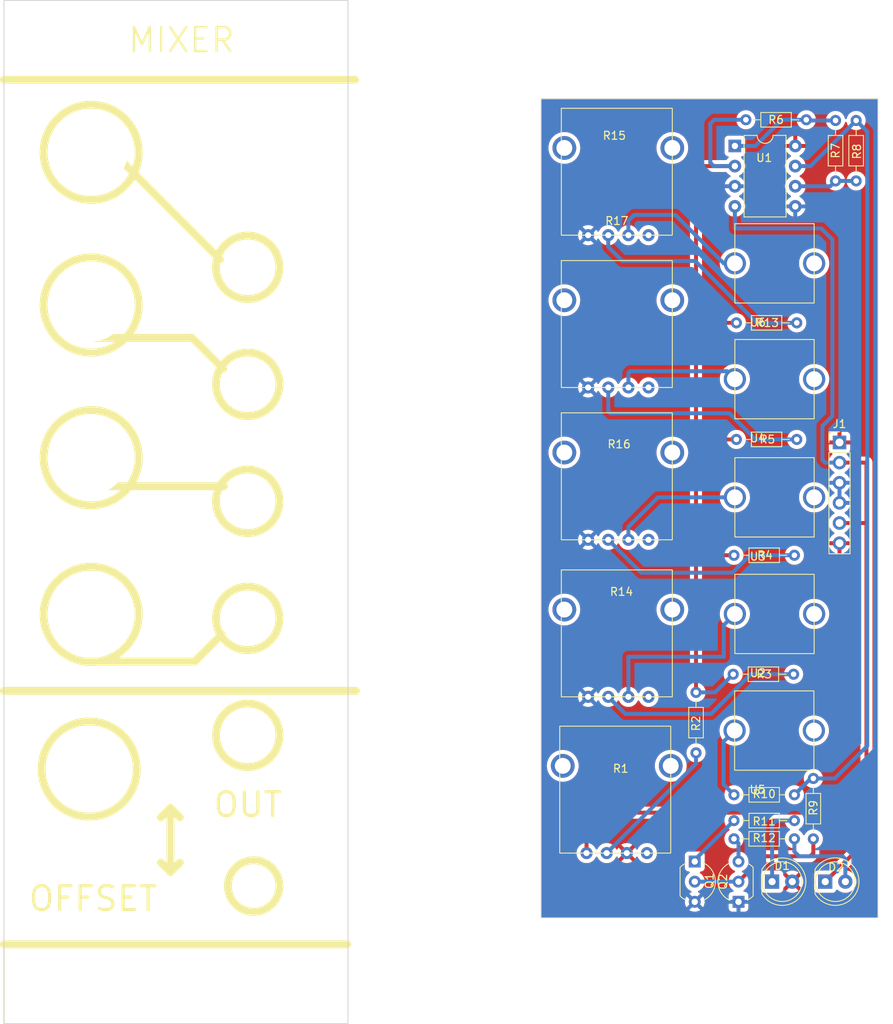
<source format=kicad_pcb>
(kicad_pcb (version 20240108) (generator "pcbnew") (generator_version "8.0")
  (layers (0 "F.Cu" signal) (31 "B.Cu" signal) (34 "B.Paste" user) (35 "F.Paste" user) (36 "B.SilkS" user "B.Silkscreen") (37 "F.SilkS" user "F.Silkscreen") (38 "B.Mask" user) (39 "F.Mask" user) (44 "Edge.Cuts" user))
  (net 0 "")
  (net 1 "Net-(D1-K)")
  (net 2 "+9V")
  (net 3 "-9V")
  (net 4 "Net-(D2-A)")
  (net 5 "GND")
  (net 6 "Net-(Q1-B)")
  (net 7 "Net-(Q1-C)")
  (net 8 "Net-(Q2-E)")
  (net 9 "Net-(R1-S)")
  (net 13 "Net-(U1A--)")
  (net 14 "Net-(R14-S)")
  (net 15 "Net-(R16-S)")
  (net 16 "Net-(R17-S)")
  (net 17 "Net-(R6-Pad2)")
  (net 18 "Net-(U1B--)")
  (net 19 "Net-(R10-Pad1)")
  (net 20 "Net-(R10-Pad2)")
  (net 21 "Net-(R15-S)")
  (net 24 "Net-(R14-E)")
  (net 27 "Net-(R15-E)")
  (net 32 "Net-(R16-E)")
  (net 37 "Net-(R17-E)")
  (footprint "Library:3mm5 Mono Aux" (layer "F.Cu") (at 189.7 104.95 180)
    (property "Reference" "U2" (at 2.1 -7.45 360) (layer "F.SilkS"))
    (property "Value" "Aux_flush")
    (fp_rect (start -5 -5) (end 5 5) (stroke (width 0.12)) (fill none) (layer "F.SilkS"))
    (pad "1" thru_hole circle (at 5 0 180) (size 2.8 2.8) (drill 2) (layers "*.Cu" "*.Mask") (net 24 "Net-(R14-E)"))
    (pad "2" thru_hole circle (at -5 0 180) (size 2.8 2.8) (drill 2) (layers "*.Cu" "*.Mask"))
  )
  (footprint "Resistor_THT:R_Axial_DIN0204_L3.6mm_D1.6mm_P7.62mm_Horizontal" (layer "F.Cu") (at 184.59 131)
    (property "Reference" "R11" (at 3.81 0.1 0) (layer "F.SilkS"))
    (property "Value" "50k")
    (fp_line (start 0.94 0) (end 1.89 0) (stroke (width 0.12)) (layer "F.SilkS"))
    (fp_line (start 1.89 -0.92) (end 1.89 0.92) (stroke (width 0.12)) (layer "F.SilkS"))
    (fp_line (start 1.89 0.92) (end 5.73 0.92) (stroke (width 0.12)) (layer "F.SilkS"))
    (fp_line (start 5.73 -0.92) (end 1.89 -0.92) (stroke (width 0.12)) (layer "F.SilkS"))
    (fp_line (start 5.73 0.92) (end 5.73 -0.92) (stroke (width 0.12)) (layer "F.SilkS"))
    (fp_line (start 6.68 0) (end 5.73 0) (stroke (width 0.12)) (layer "F.SilkS"))
    (pad "1" thru_hole circle (at 0 0) (size 1.4 1.4) (drill 0.7) (layers "*.Cu" "*.Mask") (net 7 "Net-(Q1-C)"))
    (pad "2" thru_hole oval (at 7.62 0) (size 1.4 1.4) (drill 0.7) (layers "*.Cu" "*.Mask") (net 1 "Net-(D1-K)"))
  )
  (footprint "Library:3mm5 Mono Aux" (layer "F.Cu") (at 189.66965 119.65 180)
    (property "Reference" "U5" (at 2.1 -7.45 360) (layer "F.SilkS"))
    (property "Value" "Aux_flush")
    (fp_rect (start -5 -5) (end 5 5) (stroke (width 0.12)) (fill none) (layer "F.SilkS"))
    (pad "1" thru_hole circle (at 5 0 180) (size 2.8 2.8) (drill 2) (layers "*.Cu" "*.Mask") (net 20 "Net-(R10-Pad2)"))
    (pad "2" thru_hole circle (at -5 0 180) (size 2.8 2.8) (drill 2) (layers "*.Cu" "*.Mask"))
  )
  (footprint "Resistor_THT:R_Axial_DIN0204_L3.6mm_D1.6mm_P7.62mm_Horizontal" (layer "F.Cu") (at 192.51 68.25 180)
    (property "Reference" "R13" (at 3.71 0 0) (layer "F.SilkS"))
    (property "Value" "100k")
    (fp_line (start 6.68 0) (end 5.73 0) (stroke (width 0.12)) (layer "F.SilkS"))
    (fp_line (start 5.73 0.92) (end 5.73 -0.92) (stroke (width 0.12)) (layer "F.SilkS"))
    (fp_line (start 5.73 -0.92) (end 1.89 -0.92) (stroke (width 0.12)) (layer "F.SilkS"))
    (fp_line (start 1.89 0.92) (end 5.73 0.92) (stroke (width 0.12)) (layer "F.SilkS"))
    (fp_line (start 1.89 -0.92) (end 1.89 0.92) (stroke (width 0.12)) (layer "F.SilkS"))
    (fp_line (start 0.94 0) (end 1.89 0) (stroke (width 0.12)) (layer "F.SilkS"))
    (pad "1" thru_hole circle (at 0 0 180) (size 1.4 1.4) (drill 0.7) (layers "*.Cu" "*.Mask") (net 21 "Net-(R15-S)"))
    (pad "2" thru_hole oval (at 7.62 0 180) (size 1.4 1.4) (drill 0.7) (layers "*.Cu" "*.Mask") (net 13 "Net-(U1A--)"))
  )
  (footprint "Resistor_THT:R_Axial_DIN0204_L3.6mm_D1.6mm_P7.62mm_Horizontal" (layer "F.Cu") (at 192.51 82.95 180)
    (property "Reference" "R5" (at 3.71 0 0) (layer "F.SilkS"))
    (property "Value" "100k")
    (fp_line (start 6.68 0) (end 5.73 0) (stroke (width 0.12)) (layer "F.SilkS"))
    (fp_line (start 5.73 0.92) (end 5.73 -0.92) (stroke (width 0.12)) (layer "F.SilkS"))
    (fp_line (start 5.73 -0.92) (end 1.89 -0.92) (stroke (width 0.12)) (layer "F.SilkS"))
    (fp_line (start 1.89 0.92) (end 5.73 0.92) (stroke (width 0.12)) (layer "F.SilkS"))
    (fp_line (start 1.89 -0.92) (end 1.89 0.92) (stroke (width 0.12)) (layer "F.SilkS"))
    (fp_line (start 0.94 0) (end 1.89 0) (stroke (width 0.12)) (layer "F.SilkS"))
    (pad "1" thru_hole circle (at 0 0 180) (size 1.4 1.4) (drill 0.7) (layers "*.Cu" "*.Mask") (net 16 "Net-(R17-S)"))
    (pad "2" thru_hole oval (at 7.62 0 180) (size 1.4 1.4) (drill 0.7) (layers "*.Cu" "*.Mask") (net 13 "Net-(U1A--)"))
  )
  (footprint "Resistor_THT:R_Axial_DIN0204_L3.6mm_D1.6mm_P7.62mm_Horizontal" (layer "F.Cu") (at 192.11 112.55 180)
    (property "Reference" "R3" (at 3.71 0 0) (layer "F.SilkS"))
    (property "Value" "100k")
    (fp_line (start 6.68 0) (end 5.73 0) (stroke (width 0.12)) (layer "F.SilkS"))
    (fp_line (start 5.73 0.92) (end 5.73 -0.92) (stroke (width 0.12)) (layer "F.SilkS"))
    (fp_line (start 5.73 -0.92) (end 1.89 -0.92) (stroke (width 0.12)) (layer "F.SilkS"))
    (fp_line (start 1.89 0.92) (end 5.73 0.92) (stroke (width 0.12)) (layer "F.SilkS"))
    (fp_line (start 1.89 -0.92) (end 1.89 0.92) (stroke (width 0.12)) (layer "F.SilkS"))
    (fp_line (start 0.94 0) (end 1.89 0) (stroke (width 0.12)) (layer "F.SilkS"))
    (pad "1" thru_hole circle (at 0 0 180) (size 1.4 1.4) (drill 0.7) (layers "*.Cu" "*.Mask") (net 14 "Net-(R14-S)"))
    (pad "2" thru_hole oval (at 7.62 0 180) (size 1.4 1.4) (drill 0.7) (layers "*.Cu" "*.Mask") (net 13 "Net-(U1A--)"))
  )
  (footprint "Package_DIP:DIP-8_W7.62mm" (layer "F.Cu") (at 184.7 45.95)
    (property "Reference" "U1" (at 3.7 1.5 0) (layer "F.SilkS"))
    (property "Value" "TL072")
    (fp_line (start 1.16 -1.33) (end 1.16 8.95) (stroke (width 0.12)) (layer "F.SilkS"))
    (fp_line (start 1.16 8.95) (end 6.46 8.95) (stroke (width 0.12)) (layer "F.SilkS"))
    (fp_line (start 2.81 -1.33) (end 1.16 -1.33) (stroke (width 0.12)) (layer "F.SilkS"))
    (fp_line (start 6.46 -1.33) (end 4.81 -1.33) (stroke (width 0.12)) (layer "F.SilkS"))
    (fp_line (start 6.46 8.95) (end 6.46 -1.33) (stroke (width 0.12)) (layer "F.SilkS"))
    (fp_arc (start 4.81 -1.33) (mid 3.81 -0.33) (end 2.81 -1.33) (stroke (width 0.12)) (layer "F.SilkS"))
    (pad "1" thru_hole rect (at 0 0) (size 1.6 1.6) (drill 0.8) (layers "*.Cu" "*.Mask") (net 17 "Net-(R6-Pad2)"))
    (pad "2" thru_hole oval (at 0 2.54) (size 1.6 1.6) (drill 0.8) (layers "*.Cu" "*.Mask") (net 13 "Net-(U1A--)"))
    (pad "3" thru_hole oval (at 0 5.08) (size 1.6 1.6) (drill 0.8) (layers "*.Cu" "*.Mask") (net 5 "GND"))
    (pad "4" thru_hole oval (at 0 7.62) (size 1.6 1.6) (drill 0.8) (layers "*.Cu" "*.Mask") (net 3 "-9V"))
    (pad "5" thru_hole oval (at 7.62 7.62) (size 1.6 1.6) (drill 0.8) (layers "*.Cu" "*.Mask") (net 5 "GND"))
    (pad "6" thru_hole oval (at 7.62 5.08) (size 1.6 1.6) (drill 0.8) (layers "*.Cu" "*.Mask") (net 18 "Net-(U1B--)"))
    (pad "7" thru_hole oval (at 7.62 2.54) (size 1.6 1.6) (drill 0.8) (layers "*.Cu" "*.Mask") (net 19 "Net-(R10-Pad1)"))
    (pad "8" thru_hole oval (at 7.62 0) (size 1.6 1.6) (drill 0.8) (layers "*.Cu" "*.Mask") (net 2 "+9V"))
  )
  (footprint "pretties:AlpsPot" (layer "F.Cu") (at 165.99 135.099)
    (property "Reference" "R1" (at 4.31 -10.649 0) (layer "F.SilkS"))
    (property "Value" "AlpsPot")
    (fp_rect (start -3.38 -16) (end 10.62 0) (stroke (width 0.12)) (fill none) (layer "F.SilkS"))
    (pad "1" thru_hole circle (at 0 0) (size 1.524 1.524) (drill 0.762) (layers "*.Cu" "*.Mask") (net 3 "-9V"))
    (pad "2" thru_hole circle (at 2.54 0) (size 1.524 1.524) (drill 0.762) (layers "*.Cu" "*.Mask") (net 9 "Net-(R1-S)"))
    (pad "3" thru_hole circle (at 5.08 0) (size 1.524 1.524) (drill 0.762) (layers "*.Cu" "*.Mask") (net 2 "+9V"))
    (pad "4" thru_hole circle (at 7.62 0) (size 1.524 1.524) (drill 0.762) (layers "*.Cu" "*.Mask"))
    (pad "5" thru_hole circle (at -3 -11) (size 3 3) (drill 2) (layers "*.Cu" "*.Mask"))
    (pad "6" thru_hole circle (at 10.62 -11) (size 3 3) (drill 2) (layers "*.Cu" "*.Mask"))
  )
  (footprint "Resistor_THT:R_Axial_DIN0204_L3.6mm_D1.6mm_P7.62mm_Horizontal" (layer "F.Cu") (at 179.8 122.46 90)
    (property "Reference" "R2" (at 3.71 0 90) (layer "F.SilkS"))
    (property "Value" "100k")
    (fp_line (start 5.73 -0.92) (end 1.89 -0.92) (stroke (width 0.12)) (layer "F.SilkS"))
    (fp_line (start 1.89 -0.92) (end 1.89 0.92) (stroke (width 0.12)) (layer "F.SilkS"))
    (fp_line (start 6.68 0) (end 5.73 0) (stroke (width 0.12)) (layer "F.SilkS"))
    (fp_line (start 0.94 0) (end 1.89 0) (stroke (width 0.12)) (layer "F.SilkS"))
    (fp_line (start 5.73 0.92) (end 5.73 -0.92) (stroke (width 0.12)) (layer "F.SilkS"))
    (fp_line (start 1.89 0.92) (end 5.73 0.92) (stroke (width 0.12)) (layer "F.SilkS"))
    (pad "1" thru_hole circle (at 0 0 90) (size 1.4 1.4) (drill 0.7) (layers "*.Cu" "*.Mask") (net 9 "Net-(R1-S)"))
    (pad "2" thru_hole oval (at 7.62 0 90) (size 1.4 1.4) (drill 0.7) (layers "*.Cu" "*.Mask") (net 13 "Net-(U1A--)"))
  )
  (footprint "Library:3mm5 Mono Aux" (layer "F.Cu") (at 189.7 90.25 180)
    (property "Reference" "U3" (at 2.1 -7.45 360) (layer "F.SilkS"))
    (property "Value" "Aux_flush")
    (fp_rect (start -5 -5) (end 5 5) (stroke (width 0.12)) (fill none) (layer "F.SilkS"))
    (pad "1" thru_hole circle (at 5 0 180) (size 2.8 2.8) (drill 2) (layers "*.Cu" "*.Mask") (net 32 "Net-(R16-E)"))
    (pad "2" thru_hole circle (at -5 0 180) (size 2.8 2.8) (drill 2) (layers "*.Cu" "*.Mask"))
  )
  (footprint "Resistor_THT:R_Axial_DIN0204_L3.6mm_D1.6mm_P7.62mm_Horizontal" (layer "F.Cu") (at 200 42.74 -90)
    (property "Reference" "R8" (at 3.91 -0.1 90) (layer "F.SilkS"))
    (property "Value" "1k")
    (fp_line (start 1.89 0.92) (end 5.73 0.92) (stroke (width 0.12)) (layer "F.SilkS"))
    (fp_line (start 5.73 0.92) (end 5.73 -0.92) (stroke (width 0.12)) (layer "F.SilkS"))
    (fp_line (start 0.94 0) (end 1.89 0) (stroke (width 0.12)) (layer "F.SilkS"))
    (fp_line (start 6.68 0) (end 5.73 0) (stroke (width 0.12)) (layer "F.SilkS"))
    (fp_line (start 1.89 -0.92) (end 1.89 0.92) (stroke (width 0.12)) (layer "F.SilkS"))
    (fp_line (start 5.73 -0.92) (end 1.89 -0.92) (stroke (width 0.12)) (layer "F.SilkS"))
    (pad "1" thru_hole circle (at 0 0 270) (size 1.4 1.4) (drill 0.7) (layers "*.Cu" "*.Mask") (net 19 "Net-(R10-Pad1)"))
    (pad "2" thru_hole oval (at 7.62 0 270) (size 1.4 1.4) (drill 0.7) (layers "*.Cu" "*.Mask") (net 18 "Net-(U1B--)"))
  )
  (footprint "LED_THT:LED_D5.0mm" (layer "F.Cu") (at 189.4 138.7)
    (property "Reference" "D1" (at 1.27 -2 0) (layer "F.SilkS"))
    (property "Value" "LED")
    (fp_line (start -1.29 -1.545) (end -1.29 1.545) (stroke (width 0.12)) (layer "F.SilkS"))
    (fp_arc (start -1.29 -1.54483) (mid 2.072002 -2.880433) (end 4.26 0.000462) (stroke (width 0.12)) (layer "F.SilkS"))
    (fp_arc (start 4.26 -0.000462) (mid 2.072002 2.880433) (end -1.29 1.54483) (stroke (width 0.12)) (layer "F.SilkS"))
    (fp_circle (center 1.27 0) (end 3.77 0) (stroke (width 0.12)) (fill none) (layer "F.SilkS"))
    (pad "1" thru_hole rect (at 0 0) (size 1.8 1.8) (drill 0.9) (layers "*.Cu" "*.Mask") (net 1 "Net-(D1-K)"))
    (pad "2" thru_hole circle (at 2.54 0) (size 1.8 1.8) (drill 0.9) (layers "*.Cu" "*.Mask") (net 2 "+9V"))
  )
  (footprint "Resistor_THT:R_Axial_DIN0204_L3.6mm_D1.6mm_P7.62mm_Horizontal" (layer "F.Cu") (at 194.6 125.69 -90)
    (property "Reference" "R9" (at 3.71 0 90) (layer "F.SilkS"))
    (property "Value" "100k")
    (fp_line (start 1.89 0.92) (end 5.73 0.92) (stroke (width 0.12)) (layer "F.SilkS"))
    (fp_line (start 5.73 0.92) (end 5.73 -0.92) (stroke (width 0.12)) (layer "F.SilkS"))
    (fp_line (start 0.94 0) (end 1.89 0) (stroke (width 0.12)) (layer "F.SilkS"))
    (fp_line (start 6.68 0) (end 5.73 0) (stroke (width 0.12)) (layer "F.SilkS"))
    (fp_line (start 1.89 -0.92) (end 1.89 0.92) (stroke (width 0.12)) (layer "F.SilkS"))
    (fp_line (start 5.73 -0.92) (end 1.89 -0.92) (stroke (width 0.12)) (layer "F.SilkS"))
    (pad "1" thru_hole circle (at 0 0 270) (size 1.4 1.4) (drill 0.7) (layers "*.Cu" "*.Mask") (net 19 "Net-(R10-Pad1)"))
    (pad "2" thru_hole oval (at 7.62 0 270) (size 1.4 1.4) (drill 0.7) (layers "*.Cu" "*.Mask") (net 6 "Net-(Q1-B)"))
  )
  (footprint "Resistor_THT:R_Axial_DIN0204_L3.6mm_D1.6mm_P7.62mm_Horizontal" (layer "F.Cu") (at 192.21 127.75 180)
    (property "Reference" "R10" (at 3.81 0.1 0) (layer "F.SilkS"))
    (property "Value" "1k")
    (fp_line (start 6.68 0) (end 5.73 0) (stroke (width 0.12)) (layer "F.SilkS"))
    (fp_line (start 5.73 0.92) (end 5.73 -0.92) (stroke (width 0.12)) (layer "F.SilkS"))
    (fp_line (start 5.73 -0.92) (end 1.89 -0.92) (stroke (width 0.12)) (layer "F.SilkS"))
    (fp_line (start 1.89 0.92) (end 5.73 0.92) (stroke (width 0.12)) (layer "F.SilkS"))
    (fp_line (start 1.89 -0.92) (end 1.89 0.92) (stroke (width 0.12)) (layer "F.SilkS"))
    (fp_line (start 0.94 0) (end 1.89 0) (stroke (width 0.12)) (layer "F.SilkS"))
    (pad "1" thru_hole circle (at 0 0 180) (size 1.4 1.4) (drill 0.7) (layers "*.Cu" "*.Mask") (net 19 "Net-(R10-Pad1)"))
    (pad "2" thru_hole oval (at 7.62 0 180) (size 1.4 1.4) (drill 0.7) (layers "*.Cu" "*.Mask") (net 20 "Net-(R10-Pad2)"))
  )
  (footprint "MountingHole:MountingHole_3.2mm_M3" (layer "F.Cu") (at 123.25 76)
    (property "Reference" "REF**" (hide yes))
    (property "Value" "MountingHole_3.2mm_M3" (hide yes))
    (pad "" np_thru_hole circle (at 0 0) (size 6.2 6.2) (drill 6.2) (layers "F&B.Cu" "*.Mask"))
  )
  (footprint "Connector_PinHeader_2.54mm:PinHeader_1x06_P2.54mm_Vertical" (layer "F.Cu") (at 197.9 83.33)
    (property "Reference" "J1" (at 0 -2.33 0) (layer "F.SilkS"))
    (property "Value" "Conn_01x06_Male")
    (fp_line (start -1.33 -1.33) (end 0 -1.33) (stroke (width 0.12)) (layer "F.SilkS"))
    (fp_line (start -1.33 0) (end -1.33 -1.33) (stroke (width 0.12)) (layer "F.SilkS"))
    (fp_line (start -1.33 1.27) (end -1.33 14.03) (stroke (width 0.12)) (layer "F.SilkS"))
    (fp_line (start -1.33 1.27) (end 1.33 1.27) (stroke (width 0.12)) (layer "F.SilkS"))
    (fp_line (start -1.33 14.03) (end 1.33 14.03) (stroke (width 0.12)) (layer "F.SilkS"))
    (fp_line (start 1.33 1.27) (end 1.33 14.03) (stroke (width 0.12)) (layer "F.SilkS"))
    (pad "1" thru_hole rect (at 0 0) (size 1.7 1.7) (drill 1) (layers "*.Cu" "*.Mask") (net 2 "+9V"))
    (pad "2" thru_hole oval (at 0 2.54) (size 1.7 1.7) (drill 1) (layers "*.Cu" "*.Mask") (net 3 "-9V"))
    (pad "3" thru_hole oval (at 0 5.08) (size 1.7 1.7) (drill 1) (layers "*.Cu" "*.Mask") (net 5 "GND"))
    (pad "4" thru_hole oval (at 0 7.62) (size 1.7 1.7) (drill 1) (layers "*.Cu" "*.Mask") (net 5 "GND"))
    (pad "5" thru_hole oval (at 0 10.16) (size 1.7 1.7) (drill 1) (layers "*.Cu" "*.Mask") (net 3 "-9V"))
    (pad "6" thru_hole oval (at 0 12.7) (size 1.7 1.7) (drill 1) (layers "*.Cu" "*.Mask") (net 2 "+9V"))
  )
  (footprint "Package_TO_SOT_THT:TO-92_Inline_Wide" (layer "F.Cu") (at 179.64 136.16 -90)
    (property "Reference" "Q1" (at 2.44 -1.86 90) (layer "F.SilkS"))
    (property "Value" "BC547")
    (fp_line (start 0.74 1.85) (end 4.34 1.85) (stroke (width 0.12)) (layer "F.SilkS"))
    (fp_arc (start 0.74 1.85) (mid 0.446097 1.509328) (end 0.215816 1.122795) (stroke (width 0.12)) (layer "F.SilkS"))
    (fp_arc (start 4.864184 1.122795) (mid 4.633903 1.509328) (end 4.34 1.85) (stroke (width 0.12)) (layer "F.SilkS"))
    (fp_arc (start 0.1836 -1.098807) (mid 1.143021 -2.192817) (end 2.54 -2.6) (stroke (width 0.12)) (layer "F.SilkS"))
    (fp_arc (start 2.54 -2.6) (mid 3.936979 -2.192818) (end 4.8964 -1.098807) (stroke (width 0.12)) (layer "F.SilkS"))
    (pad "1" thru_hole rect (at 0 0 270) (size 1.5 1.5) (drill 0.8) (layers "*.Cu" "*.Mask") (net 7 "Net-(Q1-C)"))
    (pad "2" thru_hole circle (at 2.54 0 270) (size 1.5 1.5) (drill 0.8) (layers "*.Cu" "*.Mask") (net 6 "Net-(Q1-B)"))
    (pad "3" thru_hole circle (at 5.08 0 270) (size 1.5 1.5) (drill 0.8) (layers "*.Cu" "*.Mask") (net 5 "GND"))
  )
  (footprint "MountingHole:MountingHole_3.2mm_M3" (layer "F.Cu") (at 103.25 124.499167)
    (property "Reference" "REF**" (hide yes))
    (property "Value" "MountingHole_3.2mm_M3" (hide yes))
    (pad "" np_thru_hole circle (at 0 0) (size 9.2 9.2) (drill 9.2) (layers "F&B.Cu" "*.Mask"))
  )
  (footprint "Resistor_THT:R_Axial_DIN0204_L3.6mm_D1.6mm_P7.62mm_Horizontal" (layer "F.Cu") (at 197.4 50.36 90)
    (property "Reference" "R7" (at 3.81 0 90) (layer "F.SilkS"))
    (property "Value" "1k")
    (fp_line (start 5.73 -0.92) (end 1.89 -0.92) (stroke (width 0.12)) (layer "F.SilkS"))
    (fp_line (start 1.89 -0.92) (end 1.89 0.92) (stroke (width 0.12)) (layer "F.SilkS"))
    (fp_line (start 6.68 0) (end 5.73 0) (stroke (width 0.12)) (layer "F.SilkS"))
    (fp_line (start 0.94 0) (end 1.89 0) (stroke (width 0.12)) (layer "F.SilkS"))
    (fp_line (start 5.73 0.92) (end 5.73 -0.92) (stroke (width 0.12)) (layer "F.SilkS"))
    (fp_line (start 1.89 0.92) (end 5.73 0.92) (stroke (width 0.12)) (layer "F.SilkS"))
    (pad "1" thru_hole circle (at 0 0 90) (size 1.4 1.4) (drill 0.7) (layers "*.Cu" "*.Mask") (net 18 "Net-(U1B--)"))
    (pad "2" thru_hole oval (at 7.62 0 90) (size 1.4 1.4) (drill 0.7) (layers "*.Cu" "*.Mask") (net 17 "Net-(R6-Pad2)"))
  )
  (footprint "Resistor_THT:R_Axial_DIN0204_L3.6mm_D1.6mm_P7.62mm_Horizontal" (layer "F.Cu") (at 192.21 97.55 180)
    (property "Reference" "R4" (at 3.71 0 0) (layer "F.SilkS"))
    (property "Value" "100k")
    (fp_line (start 6.68 0) (end 5.73 0) (stroke (width 0.12)) (layer "F.SilkS"))
    (fp_line (start 5.73 0.92) (end 5.73 -0.92) (stroke (width 0.12)) (layer "F.SilkS"))
    (fp_line (start 5.73 -0.92) (end 1.89 -0.92) (stroke (width 0.12)) (layer "F.SilkS"))
    (fp_line (start 1.89 0.92) (end 5.73 0.92) (stroke (width 0.12)) (layer "F.SilkS"))
    (fp_line (start 1.89 -0.92) (end 1.89 0.92) (stroke (width 0.12)) (layer "F.SilkS"))
    (fp_line (start 0.94 0) (end 1.89 0) (stroke (width 0.12)) (layer "F.SilkS"))
    (pad "1" thru_hole circle (at 0 0 180) (size 1.4 1.4) (drill 0.7) (layers "*.Cu" "*.Mask") (net 15 "Net-(R16-S)"))
    (pad "2" thru_hole oval (at 7.62 0 180) (size 1.4 1.4) (drill 0.7) (layers "*.Cu" "*.Mask") (net 13 "Net-(U1A--)"))
  )
  (footprint "pretties:AlpsPot" (layer "F.Cu") (at 166.19 76.399)
    (property "Reference" "R17" (at 3.62 -21 0) (layer "F.SilkS"))
    (property "Value" "AlpsPot")
    (fp_rect (start -3.38 -16) (end 10.62 0) (stroke (width 0.12)) (fill none) (layer "F.SilkS"))
    (pad "1" thru_hole circle (at 0 0) (size 1.524 1.524) (drill 0.762) (layers "*.Cu" "*.Mask") (net 5 "GND"))
    (pad "2" thru_hole circle (at 2.54 0) (size 1.524 1.524) (drill 0.762) (layers "*.Cu" "*.Mask") (net 16 "Net-(R17-S)"))
    (pad "3" thru_hole circle (at 5.08 0) (size 1.524 1.524) (drill 0.762) (layers "*.Cu" "*.Mask") (net 37 "Net-(R17-E)"))
    (pad "4" thru_hole circle (at 7.62 0) (size 1.524 1.524) (drill 0.762) (layers "*.Cu" "*.Mask"))
    (pad "5" thru_hole circle (at -3 -11) (size 3 3) (drill 2) (layers "*.Cu" "*.Mask"))
    (pad "6" thru_hole circle (at 10.62 -11) (size 3 3) (drill 2) (layers "*.Cu" "*.Mask"))
  )
  (footprint "MountingHole:MountingHole_3.2mm_M3" (layer "F.Cu") (at 123.25 120.25)
    (property "Reference" "REF**" (hide yes))
    (property "Value" "MountingHole_3.2mm_M3" (hide yes))
    (pad "" np_thru_hole circle (at 0 0) (size 6.2 6.2) (drill 6.2) (layers "F&B.Cu" "*.Mask"))
  )
  (footprint "pretties:AlpsPot" (layer "F.Cu") (at 166.19 115.399)
    (property "Reference" "R14" (at 4.21 -13.249 0) (layer "F.SilkS"))
    (property "Value" "AlpsPot")
    (fp_rect (start -3.38 -16) (end 10.62 0) (stroke (width 0.12)) (fill none) (layer "F.SilkS"))
    (pad "1" thru_hole circle (at 0 0) (size 1.524 1.524) (drill 0.762) (layers "*.Cu" "*.Mask") (net 5 "GND"))
    (pad "2" thru_hole circle (at 2.54 0) (size 1.524 1.524) (drill 0.762) (layers "*.Cu" "*.Mask") (net 14 "Net-(R14-S)"))
    (pad "3" thru_hole circle (at 5.08 0) (size 1.524 1.524) (drill 0.762) (layers "*.Cu" "*.Mask") (net 24 "Net-(R14-E)"))
    (pad "4" thru_hole circle (at 7.62 0) (size 1.524 1.524) (drill 0.762) (layers "*.Cu" "*.Mask"))
    (pad "5" thru_hole circle (at -3 -11) (size 3 3) (drill 2) (layers "*.Cu" "*.Mask"))
    (pad "6" thru_hole circle (at 10.62 -11) (size 3 3) (drill 2) (layers "*.Cu" "*.Mask"))
  )
  (footprint "pretties:AlpsPot" (layer "F.Cu") (at 166.19 95.599)
    (property "Reference" "R16" (at 3.91 -12.049 0) (layer "F.SilkS"))
    (property "Value" "AlpsPot")
    (fp_rect (start -3.38 -16) (end 10.62 0) (stroke (width 0.12)) (fill none) (layer "F.SilkS"))
    (pad "1" thru_hole circle (at 0 0) (size 1.524 1.524) (drill 0.762) (layers "*.Cu" "*.Mask") (net 5 "GND"))
    (pad "2" thru_hole circle (at 2.54 0) (size 1.524 1.524) (drill 0.762) (layers "*.Cu" "*.Mask") (net 15 "Net-(R16-S)"))
    (pad "3" thru_hole circle (at 5.08 0) (size 1.524 1.524) (drill 0.762) (layers "*.Cu" "*.Mask") (net 32 "Net-(R16-E)"))
    (pad "4" thru_hole circle (at 7.62 0) (size 1.524 1.524) (drill 0.762) (layers "*.Cu" "*.Mask"))
    (pad "5" thru_hole circle (at -3 -11) (size 3 3) (drill 2) (layers "*.Cu" "*.Mask"))
    (pad "6" thru_hole circle (at 10.62 -11) (size 3 3) (drill 2) (layers "*.Cu" "*.Mask"))
  )
  (footprint "MountingHole:MountingHole_3.2mm_M3" (layer "F.Cu") (at 123.25 61.25)
    (property "Reference" "REF**" (hide yes))
    (property "Value" "MountingHole_3.2mm_M3" (hide yes))
    (pad "" np_thru_hole circle (at 0 0) (size 6.2 6.2) (drill 6.2) (layers "F&B.Cu" "*.Mask"))
  )
  (footprint "MountingHole:MountingHole_3.2mm_M3" (layer "F.Cu") (at 103.5 104.999167)
    (property "Reference" "REF**" (hide yes))
    (property "Value" "MountingHole_3.2mm_M3" (hide yes))
    (pad "" np_thru_hole circle (at 0 0) (size 9.2 9.2) (drill 9.2) (layers "F&B.Cu" "*.Mask"))
  )
  (footprint "Resistor_THT:R_Axial_DIN0204_L3.6mm_D1.6mm_P7.62mm_Horizontal" (layer "F.Cu") (at 192.21 133.3 180)
    (property "Reference" "R12" (at 3.81 0.1 0) (layer "F.SilkS"))
    (property "Value" "50k")
    (fp_line (start 6.68 0) (end 5.73 0) (stroke (width 0.12)) (layer "F.SilkS"))
    (fp_line (start 5.73 0.92) (end 5.73 -0.92) (stroke (width 0.12)) (layer "F.SilkS"))
    (fp_line (start 5.73 -0.92) (end 1.89 -0.92) (stroke (width 0.12)) (layer "F.SilkS"))
    (fp_line (start 1.89 0.92) (end 5.73 0.92) (stroke (width 0.12)) (layer "F.SilkS"))
    (fp_line (start 1.89 -0.92) (end 1.89 0.92) (stroke (width 0.12)) (layer "F.SilkS"))
    (fp_line (start 0.94 0) (end 1.89 0) (stroke (width 0.12)) (layer "F.SilkS"))
    (pad "1" thru_hole circle (at 0 0 180) (size 1.4 1.4) (drill 0.7) (layers "*.Cu" "*.Mask") (net 4 "Net-(D2-A)"))
    (pad "2" thru_hole oval (at 7.62 0 180) (size 1.4 1.4) (drill 0.7) (layers "*.Cu" "*.Mask") (net 8 "Net-(Q2-E)"))
  )
  (footprint "MountingHole:MountingHole_3.2mm_M3" (layer "F.Cu") (at 124 139.25)
    (property "Reference" "REF**" (hide yes))
    (property "Value" "MountingHole_3.2mm_M3" (hide yes))
    (pad "" np_thru_hole circle (at 0 0) (size 5.2 5.2) (drill 5.2) (layers "F&B.Cu" "*.Mask"))
  )
  (footprint "Resistor_THT:R_Axial_DIN0204_L3.6mm_D1.6mm_P7.62mm_Horizontal" (layer "F.Cu") (at 186.09 42.65)
    (property "Reference" "R6" (at 3.81 0 0) (layer "F.SilkS"))
    (property "Value" "100k")
    (fp_line (start 0.94 0) (end 1.89 0) (stroke (width 0.12)) (layer "F.SilkS"))
    (fp_line (start 1.89 -0.92) (end 1.89 0.92) (stroke (width 0.12)) (layer "F.SilkS"))
    (fp_line (start 1.89 0.92) (end 5.73 0.92) (stroke (width 0.12)) (layer "F.SilkS"))
    (fp_line (start 5.73 -0.92) (end 1.89 -0.92) (stroke (width 0.12)) (layer "F.SilkS"))
    (fp_line (start 5.73 0.92) (end 5.73 -0.92) (stroke (width 0.12)) (layer "F.SilkS"))
    (fp_line (start 6.68 0) (end 5.73 0) (stroke (width 0.12)) (layer "F.SilkS"))
    (pad "1" thru_hole circle (at 0 0) (size 1.4 1.4) (drill 0.7) (layers "*.Cu" "*.Mask") (net 13 "Net-(U1A--)"))
    (pad "2" thru_hole oval (at 7.62 0) (size 1.4 1.4) (drill 0.7) (layers "*.Cu" "*.Mask") (net 17 "Net-(R6-Pad2)"))
  )
  (footprint "MountingHole:MountingHole_3.2mm_M3" (layer "F.Cu") (at 103.499167 66)
    (property "Reference" "REF**" (hide yes))
    (property "Value" "MountingHole_3.2mm_M3" (hide yes))
    (pad "" np_thru_hole circle (at 0 0) (size 9.2 9.2) (drill 9.2) (layers "F&B.Cu" "*.Mask"))
  )
  (footprint "pretties:AlpsPot" (layer "F.Cu") (at 166.19 57.199)
    (property "Reference" "R15" (at 3.31 -12.549 0) (layer "F.SilkS"))
    (property "Value" "AlpsPot")
    (fp_rect (start -3.38 -16) (end 10.62 0) (stroke (width 0.12)) (fill none) (layer "F.SilkS"))
    (pad "1" thru_hole circle (at 0 0) (size 1.524 1.524) (drill 0.762) (layers "*.Cu" "*.Mask") (net 5 "GND"))
    (pad "2" thru_hole circle (at 2.54 0) (size 1.524 1.524) (drill 0.762) (layers "*.Cu" "*.Mask") (net 21 "Net-(R15-S)"))
    (pad "3" thru_hole circle (at 5.08 0) (size 1.524 1.524) (drill 0.762) (layers "*.Cu" "*.Mask") (net 27 "Net-(R15-E)"))
    (pad "4" thru_hole circle (at 7.62 0) (size 1.524 1.524) (drill 0.762) (layers "*.Cu" "*.Mask"))
    (pad "5" thru_hole circle (at -3 -11) (size 3 3) (drill 2) (layers "*.Cu" "*.Mask"))
    (pad "6" thru_hole circle (at 10.62 -11) (size 3 3) (drill 2) (layers "*.Cu" "*.Mask"))
  )
  (footprint "MountingHole:MountingHole_3.2mm_M3" (layer "F.Cu") (at 103.499167 85.25)
    (property "Reference" "REF**" (hide yes))
    (property "Value" "MountingHole_3.2mm_M3" (hide yes))
    (pad "" np_thru_hole circle (at 0 0) (size 9.2 9.2) (drill 9.2) (layers "F&B.Cu" "*.Mask"))
  )
  (footprint "MountingHole:MountingHole_3.2mm_M3" (layer "F.Cu") (at 123.25 105.5)
    (property "Reference" "REF**" (hide yes))
    (property "Value" "MountingHole_3.2mm_M3" (hide yes))
    (pad "" np_thru_hole circle (at 0 0) (size 6.2 6.2) (drill 6.2) (layers "F&B.Cu" "*.Mask"))
  )
  (footprint "MountingHole:MountingHole_3.2mm_M3" (layer "F.Cu") (at 123.25 90.75)
    (property "Reference" "REF**" (hide yes))
    (property "Value" "MountingHole_3.2mm_M3" (hide yes))
    (pad "" np_thru_hole circle (at 0 0) (size 6.2 6.2) (drill 6.2) (layers "F&B.Cu" "*.Mask"))
  )
  (footprint "LED_THT:LED_D5.0mm" (layer "F.Cu") (at 196.1 138.7)
    (property "Reference" "D2" (at 1.35 -1.8 0) (layer "F.SilkS"))
    (property "Value" "LED")
    (fp_line (start -1.29 -1.545) (end -1.29 1.545) (stroke (width 0.12)) (layer "F.SilkS"))
    (fp_arc (start -1.29 -1.54483) (mid 2.072002 -2.880433) (end 4.26 0.000462) (stroke (width 0.12)) (layer "F.SilkS"))
    (fp_arc (start 4.26 -0.000462) (mid 2.072002 2.880433) (end -1.29 1.54483) (stroke (width 0.12)) (layer "F.SilkS"))
    (fp_circle (center 1.27 0) (end 3.77 0) (stroke (width 0.12)) (fill none) (layer "F.SilkS"))
    (pad "1" thru_hole rect (at 0 0) (size 1.8 1.8) (drill 0.9) (layers "*.Cu" "*.Mask") (net 3 "-9V"))
    (pad "2" thru_hole circle (at 2.54 0) (size 1.8 1.8) (drill 0.9) (layers "*.Cu" "*.Mask") (net 4 "Net-(D2-A)"))
  )
  (footprint "Library:3mm5 Mono Aux" (layer "F.Cu") (at 189.7 75.35 180)
    (property "Reference" "U4" (at 2.1 -7.45 360) (layer "F.SilkS"))
    (property "Value" "Aux_flush")
    (fp_rect (start -5 -5) (end 5 5) (stroke (width 0.12)) (fill none) (layer "F.SilkS"))
    (pad "1" thru_hole circle (at 5 0 180) (size 2.8 2.8) (drill 2) (layers "*.Cu" "*.Mask") (net 37 "Net-(R17-E)"))
    (pad "2" thru_hole circle (at -5 0 180) (size 2.8 2.8) (drill 2) (layers "*.Cu" "*.Mask"))
  )
  (footprint "Library:3mm5 Mono Aux" (layer "F.Cu") (at 189.7 60.75 180)
    (property "Reference" "U6" (at 2.1 -7.45 360) (layer "F.SilkS"))
    (property "Value" "Aux_flush")
    (fp_rect (start -5 -5) (end 5 5) (stroke (width 0.12)) (fill none) (layer "F.SilkS"))
    (pad "1" thru_hole circle (at 5 0 180) (size 2.8 2.8) (drill 2) (layers "*.Cu" "*.Mask") (net 27 "Net-(R15-E)"))
    (pad "2" thru_hole circle (at -5 0 180) (size 2.8 2.8) (drill 2) (layers "*.Cu" "*.Mask"))
  )
  (footprint "MountingHole:MountingHole_3.2mm_M3" (layer "F.Cu") (at 103.499167 46.75)
    (property "Reference" "REF**" (hide yes))
    (property "Value" "MountingHole_3.2mm_M3" (hide yes))
    (pad "" np_thru_hole circle (at 0 0) (size 9.2 9.2) (drill 9.2) (layers "F&B.Cu" "*.Mask"))
  )
  (footprint "Package_TO_SOT_THT:TO-92_Inline_Wide" (layer "F.Cu") (at 185.16 141.24 90)
    (property "Reference" "Q2" (at 2.54 -1.96 90) (layer "F.SilkS"))
    (property "Value" "BC557")
    (fp_line (start 0.74 1.85) (end 4.34 1.85) (stroke (width 0.12)) (layer "F.SilkS"))
    (fp_arc (start 2.54 -2.6) (mid 3.936979 -2.192818) (end 4.8964 -1.098807) (stroke (width 0.12)) (layer "F.SilkS"))
    (fp_arc (start 0.1836 -1.098807) (mid 1.143021 -2.192817) (end 2.54 -2.6) (stroke (width 0.12)) (layer "F.SilkS"))
    (fp_arc (start 4.864184 1.122795) (mid 4.633903 1.509328) (end 4.34 1.85) (stroke (width 0.12)) (layer "F.SilkS"))
    (fp_arc (start 0.74 1.85) (mid 0.446097 1.509328) (end 0.215816 1.122795) (stroke (width 0.12)) (layer "F.SilkS"))
    (pad "1" thru_hole rect (at 0 0 90) (size 1.5 1.5) (drill 0.8) (layers "*.Cu" "*.Mask") (net 5 "GND"))
    (pad "2" thru_hole circle (at 2.54 0 90) (size 1.5 1.5) (drill 0.8) (layers "*.Cu" "*.Mask") (net 6 "Net-(Q1-B)"))
    (pad "3" thru_hole circle (at 5.08 0 90) (size 1.5 1.5) (drill 0.8) (layers "*.Cu" "*.Mask") (net 8 "Net-(Q2-E)"))
  )
  (gr_line (start 136.8 37.6) (end 92.5 37.6) (stroke (width 1)) (layer "F.SilkS"))
  (gr_circle (center 123.25 76) (end 127.25 76) (stroke (width 1)) (fill none) (layer "F.SilkS"))
  (gr_line (start 120.25 88.849167) (end 104.15 88.849167) (stroke (width 1)) (layer "F.SilkS"))
  (gr_circle (center 103.25 124.499167) (end 109.250833 124.499167) (stroke (width 1)) (fill none) (layer "F.SilkS"))
  (gr_line (start 92.5 156.6) (end 92.5 146.6) (stroke (width 0.15)) (layer "F.SilkS"))
  (gr_line (start 106.25 46.749167) (end 119.75 60.249167) (stroke (width 1)) (layer "F.SilkS"))
  (gr_line (start 136.9 114.649167) (end 92.5 114.649167) (stroke (width 1)) (layer "F.SilkS"))
  (gr_circle (center 124 139.25) (end 127.25 139.25) (stroke (width 1)) (fill none) (layer "F.SilkS"))
  (gr_circle (center 123.25 61.25) (end 127.25 61.25) (stroke (width 1)) (fill none) (layer "F.SilkS"))
  (gr_circle (center 123.25 90.75) (end 127.25 90.75) (stroke (width 1)) (fill none) (layer "F.SilkS"))
  (gr_circle (center 103.5 104.999167) (end 109.500833 104.999167) (stroke (width 1)) (fill none) (layer "F.SilkS"))
  (gr_circle (center 123.25 120.25) (end 127.25 120.25) (stroke (width 1)) (fill none) (layer "F.SilkS"))
  (gr_circle (center 103.499167 66) (end 109.5 66) (stroke (width 1)) (fill none) (layer "F.SilkS"))
  (gr_line (start 116.55 110.949167) (end 119.95 107.549167) (stroke (width 1)) (layer "F.SilkS"))
  (gr_circle (center 103.499167 85.25) (end 109.5 85.25) (stroke (width 1)) (fill none) (layer "F.SilkS"))
  (gr_circle (center 123.25 105.5) (end 127.25 105.5) (stroke (width 1)) (fill none) (layer "F.SilkS"))
  (gr_line (start 116.25 70.149167) (end 120.15 74.049167) (stroke (width 1)) (layer "F.SilkS"))
  (gr_line (start 116.55 110.949167) (end 102.55 110.949167) (stroke (width 1)) (layer "F.SilkS"))
  (gr_line (start 113.5 137.499167) (end 114.7 136.299167) (stroke (width 1)) (layer "F.SilkS"))
  (gr_line (start 113.5 137.099167) (end 113.5 129.399167) (stroke (width 1)) (layer "F.SilkS"))
  (gr_line (start 113.5 129.399167) (end 114.7 130.599167) (stroke (width 1)) (layer "F.SilkS"))
  (gr_line (start 116.25 70.149167) (end 104.05 70.149167) (stroke (width 1)) (layer "F.SilkS"))
  (gr_line (start 92.5 146.6) (end 135.8 146.6) (stroke (width 1)) (layer "F.SilkS"))
  (gr_circle (center 103.499167 46.75) (end 109.5 46.75) (stroke (width 1)) (fill none) (layer "F.SilkS"))
  (gr_line (start 113.5 137.499167) (end 112.3 136.299167) (stroke (width 1)) (layer "F.SilkS"))
  (gr_line (start 113.5 129.399167) (end 112.3 130.599167) (stroke (width 1)) (layer "F.SilkS"))
  (gr_rect (start 160.25 40) (end 202.75 143.25) (stroke (width 0.1)) (fill none) (layer "Edge.Cuts"))
  (gr_rect (start 92.5 27.6) (end 135.9 156.6) (stroke (width 0.1)) (fill none) (layer "Edge.Cuts"))
  (gr_text "MIXER" (at 114.9 32.6 0) (layer "F.SilkS") (effects (font (size 3 3) (thickness 0.3))))
  (gr_text "OFFSET" (at 103.75 140.849167 0) (layer "F.SilkS") (effects (font (size 3 3) (thickness 0.4))))
  (gr_text "OUT" (at 123.25 128.999167 0) (layer "F.SilkS") (effects (font (size 3 3) (thickness 0.4))))
  (segment (start 189.4 131.5) (end 189.4 138.7) (width 0.5) (layer "B.Cu") (net 1))
  (segment (start 192.21 131) (end 189.9 131) (width 0.5) (layer "B.Cu") (net 1))
  (segment (start 189.9 131) (end 189.4 131.5) (width 0.5) (layer "B.Cu") (net 1))
  (segment (start 201.3 128.55) (end 201.3 133.5) (width 0.5) (layer "F.Cu") (net 3))
  (segment (start 201.3 85.87) (end 201.3 93.49) (width 0.5) (layer "F.Cu") (net 3))
  (segment (start 201.3 133.5) (end 196.1 138.7) (width 0.5) (layer "F.Cu") (net 3))
  (segment (start 201.3 130) (end 168.25 130) (width 0.5) (layer "F.Cu") (net 3))
  (segment (start 165.99 135.099) (end 166 135.099) (width 0.5) (layer "F.Cu") (net 3))
  (segment (start 165.99 132.26) (end 165.99 135.099) (width 0.5) (layer "F.Cu") (net 3))
  (segment (start 197.9 85.87) (end 201.3 85.87) (width 0.5) (layer "F.Cu") (net 3))
  (segment (start 201.3 93.49) (end 201.3 130) (width 0.5) (layer "F.Cu") (net 3))
  (segment (start 168.25 130) (end 165.99 132.26) (width 0.5) (layer "F.Cu") (net 3))
  (segment (start 201.3 93.49) (end 197.9 93.49) (width 0.5) (layer "F.Cu") (net 3))
  (segment (start 197 57.75) (end 195.6 56.35) (width 0.5) (layer "B.Cu") (net 3))
  (segment (start 184.7 56.35) (end 184.7 53.57) (width 0.5) (layer "B.Cu") (net 3))
  (segment (start 195.75 85.52) (end 196.1 85.87) (width 0.5) (layer "B.Cu") (net 3))
  (segment (start 197 57.75) (end 197 80) (width 0.5) (layer "B.Cu") (net 3))
  (segment (start 197 80) (end 195.75 81.25) (width 0.5) (layer "B.Cu") (net 3))
  (segment (start 195.6 56.35) (end 184.7 56.35) (width 0.5) (layer "B.Cu") (net 3))
  (segment (start 197.9 85.87) (end 196.1 85.87) (width 0.5) (layer "B.Cu") (net 3))
  (segment (start 195.75 81.25) (end 195.75 85.52) (width 0.5) (layer "B.Cu") (net 3))
  (segment (start 192.21 134.91) (end 192.8 135.5) (width 0.5) (layer "B.Cu") (net 4))
  (segment (start 192.21 133.3) (end 192.21 134.91) (width 0.5) (layer "B.Cu") (net 4))
  (segment (start 198.64 135.84) (end 198.64 138.7) (width 0.5) (layer "B.Cu") (net 4))
  (segment (start 192.8 135.5) (end 198.3 135.5) (width 0.5) (layer "B.Cu") (net 4))
  (segment (start 198.3 135.5) (end 198.64 135.84) (width 0.5) (layer "B.Cu") (net 4))
  (segment (start 188.36 135.5) (end 194.2 135.5) (width 0.5) (layer "F.Cu") (net 6))
  (segment (start 185.16 138.7) (end 188.36 135.5) (width 0.5) (layer "F.Cu") (net 6))
  (segment (start 194.2 135.5) (end 194.6 135.1) (width 0.5) (layer "F.Cu") (net 6))
  (segment (start 194.6 135.1) (end 194.6 133.31) (width 0.5) (layer "F.Cu") (net 6))
  (segment (start 179.64 138.7) (end 185.16 138.7) (width 0.5) (layer "B.Cu") (net 6))
  (segment (start 179.64 135.95) (end 184.59 131) (width 0.5) (layer "B.Cu") (net 7))
  (segment (start 179.64 136.16) (end 179.64 135.95) (width 0.5) (layer "B.Cu") (net 7))
  (segment (start 185.16 136.16) (end 185.16 133.87) (width 0.5) (layer "B.Cu") (net 8))
  (segment (start 185.16 133.87) (end 184.59 133.3) (width 0.5) (layer "B.Cu") (net 8))
  (segment (start 168.53 135.099) (end 179.8 123.829) (width 0.5) (layer "B.Cu") (net 9))
  (segment (start 179.8 123.829) (end 179.8 122.46) (width 0.5) (layer "B.Cu") (net 9))
  (segment (start 184.89 82.95) (end 179.9 82.95) (width 0.5) (layer "F.Cu") (net 13))
  (segment (start 179.8 68.25) (end 179.8 82.85) (width 0.5) (layer "F.Cu") (net 13))
  (segment (start 184.7 48.49) (end 180.06 48.49) (width 0.5) (layer "F.Cu") (net 13))
  (segment (start 179.8 82.85) (end 179.8 97.55) (width 0.5) (layer "F.Cu") (net 13))
  (segment (start 184.89 68.25) (end 179.8 68.25) (width 0.5) (layer "F.Cu") (net 13))
  (segment (start 184.59 97.55) (end 179.8 97.55) (width 0.5) (layer "F.Cu") (net 13))
  (segment (start 179.9 82.95) (end 179.8 82.85) (width 0.5) (layer "F.Cu") (net 13))
  (segment (start 179.8 97.55) (end 179.8 114.84) (width 0.5) (layer "F.Cu") (net 13))
  (segment (start 180.06 48.49) (end 179.8 48.75) (width 0.5) (layer "F.Cu") (net 13))
  (segment (start 179.8 48.75) (end 179.8 68.25) (width 0.5) (layer "F.Cu") (net 13))
  (segment (start 181.6 48.05) (end 181.6 43.15) (width 0.5) (layer "B.Cu") (net 13))
  (segment (start 182.04 48.49) (end 181.6 48.05) (width 0.5) (layer "B.Cu") (net 13))
  (segment (start 184.7 48.49) (end 182.04 48.49) (width 0.5) (layer "B.Cu") (net 13))
  (segment (start 184.49 112.55) (end 182.2 114.84) (width 0.5) (layer "B.Cu") (net 13))
  (segment (start 182.2 114.84) (end 179.8 114.84) (width 0.5) (layer "B.Cu") (net 13))
  (segment (start 182.1 42.65) (end 186.09 42.65) (width 0.5) (layer "B.Cu") (net 13))
  (segment (start 181.6 43.15) (end 182.1 42.65) (width 0.5) (layer "B.Cu") (net 13))
  (segment (start 170.881 117.55) (end 168.73 115.399) (width 0.5) (layer "B.Cu") (net 14))
  (segment (start 186.7 112.55) (end 181.7 117.55) (width 0.5) (layer "B.Cu") (net 14))
  (segment (start 192.11 112.55) (end 186.7 112.55) (width 0.5) (layer "B.Cu") (net 14))
  (segment (start 181.7 117.55) (end 170.881 117.55) (width 0.5) (layer "B.Cu") (net 14))
  (segment (start 186.6 97.55) (end 184.4 99.75) (width 0.5) (layer "B.Cu") (net 15))
  (segment (start 192.21 97.55) (end 186.6 97.55) (width 0.5) (layer "B.Cu") (net 15))
  (segment (start 172.881 99.75) (end 168.73 95.599) (width 0.5) (layer "B.Cu") (net 15))
  (segment (start 184.4 99.75) (end 172.881 99.75) (width 0.5) (layer "B.Cu") (net 15))
  (segment (start 192.51 82.95) (end 187.3 82.95) (width 0.5) (layer "B.Cu") (net 16))
  (segment (start 169 79.65) (end 168.73 79.38) (width 0.5) (layer "B.Cu") (net 16))
  (segment (start 187.3 82.95) (end 184 79.65) (width 0.5) (layer "B.Cu") (net 16))
  (segment (start 168.73 79.38) (end 168.73 76.399) (width 0.5) (layer "B.Cu") (net 16))
  (segment (start 184 79.65) (end 169 79.65) (width 0.5) (layer "B.Cu") (net 16))
  (segment (start 187.3 45.95) (end 190.6 42.65) (width 0.5) (layer "B.Cu") (net 17))
  (segment (start 197.4 42.74) (end 193.8 42.74) (width 0.5) (layer "B.Cu") (net 17))
  (segment (start 190.6 42.65) (end 193.71 42.65) (width 0.5) (layer "B.Cu") (net 17))
  (segment (start 184.7 45.95) (end 187.3 45.95) (width 0.5) (layer "B.Cu") (net 17))
  (segment (start 193.8 42.74) (end 193.71 42.65) (width 0.5) (layer "B.Cu") (net 17))
  (segment (start 196.73 51.03) (end 197.4 50.36) (width 0.5) (layer "B.Cu") (net 18))
  (segment (start 192.32 51.03) (end 196.73 51.03) (width 0.5) (layer "B.Cu") (net 18))
  (segment (start 200 50.36) (end 197.4 50.36) (width 0.5) (layer "B.Cu") (net 18))
  (segment (start 201.4 44.14) (end 201.4 121.6) (width 0.5) (layer "B.Cu") (net 19))
  (segment (start 194.27 125.69) (end 192.21 127.75) (width 0.5) (layer "B.Cu") (net 19))
  (segment (start 200 42.74) (end 201.4 44.14) (width 0.5) (layer "B.Cu") (net 19))
  (segment (start 201.4 121.6) (end 197.31 125.69) (width 0.5) (layer "B.Cu") (net 19))
  (segment (start 200 42.74) (end 194.25 48.49) (width 0.5) (layer "B.Cu") (net 19))
  (segment (start 197.31 125.69) (end 194.27 125.69) (width 0.5) (layer "B.Cu") (net 19))
  (segment (start 194.25 48.49) (end 192.32 48.49) (width 0.5) (layer "B.Cu") (net 19))
  (segment (start 183.26965 126.42965) (end 183.26965 121.05) (width 0.5) (layer "B.Cu") (net 20))
  (segment (start 184.59 127.75) (end 183.26965 126.42965) (width 0.5) (layer "B.Cu") (net 20))
  (segment (start 183.26965 121.05) (end 184.66965 119.65) (width 0.5) (layer "B.Cu") (net 20))
  (segment (start 168.73 58.68) (end 168.73 57.199) (width 0.5) (layer "B.Cu") (net 21))
  (segment (start 187.5 68.25) (end 179.7 60.45) (width 0.5) (layer "B.Cu") (net 21))
  (segment (start 170.5 60.45) (end 168.73 58.68) (width 0.5) (layer "B.Cu") (net 21))
  (segment (start 192.51 68.25) (end 187.5 68.25) (width 0.5) (layer "B.Cu") (net 21))
  (segment (start 179.7 60.45) (end 170.5 60.45) (width 0.5) (layer "B.Cu") (net 21))
  (segment (start 183.3 106.35) (end 184.7 104.95) (width 0.5) (layer "B.Cu") (net 24))
  (segment (start 171.27 115.399) (end 171.27 110.35) (width 0.5) (layer "B.Cu") (net 24))
  (segment (start 183.3 110.35) (end 183.3 106.35) (width 0.5) (layer "B.Cu") (net 24))
  (segment (start 171.27 110.35) (end 183.3 110.35) (width 0.5) (layer "B.Cu") (net 24))
  (segment (start 171.27 55.38) (end 172 54.65) (width 0.5) (layer "B.Cu") (net 27))
  (segment (start 177.2 54.65) (end 183.3 60.75) (width 0.5) (layer "B.Cu") (net 27))
  (segment (start 171.27 57.199) (end 171.27 55.38) (width 0.5) (layer "B.Cu") (net 27))
  (segment (start 183.3 60.75) (end 184.7 60.75) (width 0.5) (layer "B.Cu") (net 27))
  (segment (start 172 54.65) (end 177.2 54.65) (width 0.5) (layer "B.Cu") (net 27))
  (segment (start 175 90.25) (end 184.7 90.25) (width 0.5) (layer "B.Cu") (net 32))
  (segment (start 171.27 95.599) (end 171.27 93.98) (width 0.5) (layer "B.Cu") (net 32))
  (segment (start 171.27 93.98) (end 175 90.25) (width 0.5) (layer "B.Cu") (net 32))
  (segment (start 183.7 74.35) (end 184.7 75.35) (width 0.5) (layer "B.Cu") (net 37))
  (segment (start 171.27 74.58) (end 171.5 74.35) (width 0.5) (layer "B.Cu") (net 37))
  (segment (start 171.27 76.399) (end 171.27 74.58) (width 0.5) (layer "B.Cu") (net 37))
  (segment (start 171.5 74.35) (end 183.7 74.35) (width 0.5) (layer "B.Cu") (net 37))
  (zone (net 2) (net_name "+9V") (layer "F.Cu") (connect_pads (clearance 0.508)) (min_thickness 0.25) (fill yes (thermal_gap 0.5) (thermal_bridge_width 0.5))
    (polygon (pts (xy 160.25 40) (xy 202.75 40) (xy 202.75 143.25) (xy 160.25 143.25)))
  )
  (zone (net 5) (net_name "GND") (layer "B.Cu") (connect_pads (clearance 0.508)) (min_thickness 0.25) (fill yes (thermal_gap 0.5) (thermal_bridge_width 0.5))
    (polygon (pts (xy 160.25 40) (xy 202.75 40) (xy 202.75 143.25) (xy 160.25 143.25)))
  )
)
</source>
